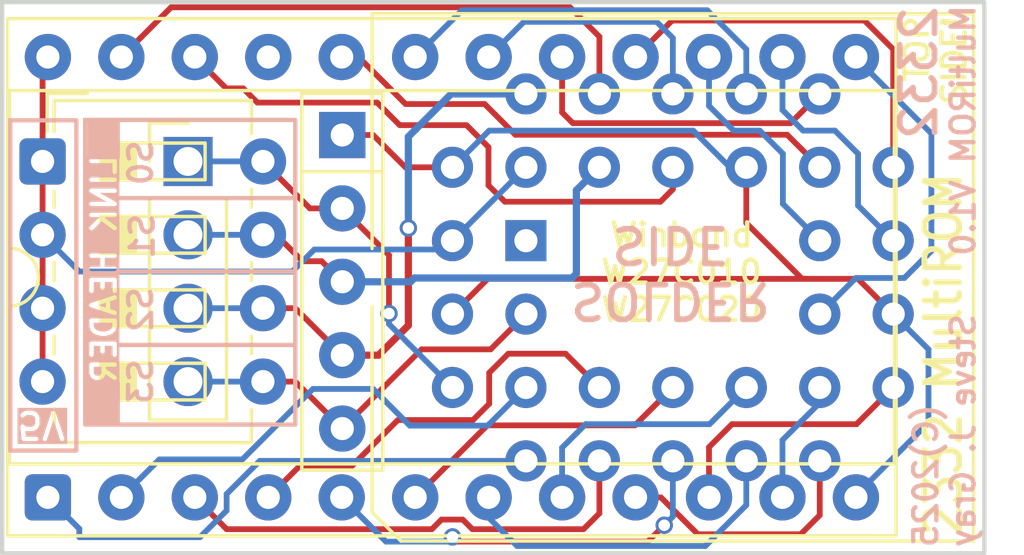
<source format=kicad_pcb>
(kicad_pcb (version 20241229) (generator "pcbnew") (generator_version "9.0")
  (layers (0 "F.Cu" signal) (2 "B.Cu" signal) (13 "F.Paste" user) (15 "B.Paste" user) (5 "F.SilkS" user "F.Silkscreen") (7 "B.SilkS" user "B.Silkscreen") (1 "F.Mask" user) (3 "B.Mask" user) (25 "Edge.Cuts" user))
  (net 0 "")
  (net 1 "~{CS}")
  (net 2 "5V")
  (net 4 "GND")
  (net 5 "A7")
  (net 6 "D3")
  (net 7 "A6")
  (net 8 "D4")
  (net 9 "A5")
  (net 10 "D5")
  (net 11 "A4")
  (net 12 "D6")
  (net 13 "A3")
  (net 14 "D7")
  (net 15 "A2")
  (net 16 "A11")
  (net 17 "A1")
  (net 18 "A10")
  (net 19 "A0")
  (net 20 "D0")
  (net 21 "D1")
  (net 22 "A9")
  (net 23 "D2")
  (net 24 "A8")
  (net 26 "S0")
  (net 27 "S3")
  (net 28 "S2")
  (net 29 "S1")
  (footprint "Button_Switch_THT:SW_DIP_SPSTx04_Slide_6.7x11.72mm_W7.62mm_P2.54mm_LowProfile" (layer "F.Cu") (at 114.4016 83.566)
    (property "Reference" "SW1" (hide yes))
    (property "Value" "SW_DIP_x04")
    (fp_line (start 0.16 -2.35) (end 0.16 -1.04) (stroke (width 0.12)) (layer "F.SilkS"))
    (fp_line (start 0.16 -2.35) (end 1.543 -2.35) (stroke (width 0.12)) (layer "F.SilkS"))
    (fp_line (start 0.4 -2.11) (end 0.4 -1.04) (stroke (width 0.12)) (layer "F.SilkS"))
    (fp_line (start 0.4 -2.11) (end 7.22 -2.11) (stroke (width 0.12)) (layer "F.SilkS"))
    (fp_line (start 0.4 1.04) (end 0.4 1.58) (stroke (width 0.12)) (layer "F.SilkS"))
    (fp_line (start 0.4 3.5) (end 0.4 4.12) (stroke (width 0.12)) (layer "F.SilkS"))
    (fp_line (start 0.4 6.04) (end 0.4 6.66) (stroke (width 0.12)) (layer "F.SilkS"))
    (fp_line (start 0.4 8.58) (end 0.4 9.73) (stroke (width 0.12)) (layer "F.SilkS"))
    (fp_line (start 0.4 9.73) (end 7.22 9.73) (stroke (width 0.12)) (layer "F.SilkS"))
    (fp_line (start 3.206667 -0.635) (end 3.206667 0.635) (stroke (width 0.12)) (layer "F.SilkS"))
    (fp_line (start 3.206667 1.905) (end 3.206667 3.175) (stroke (width 0.12)) (layer "F.SilkS"))
    (fp_line (start 3.206667 4.445) (end 3.206667 5.715) (stroke (width 0.12)) (layer "F.SilkS"))
    (fp_line (start 3.206667 6.985) (end 3.206667 8.255) (stroke (width 0.12)) (layer "F.SilkS"))
    (fp_line (start 7.22 -2.11) (end 7.22 -0.96) (stroke (width 0.12)) (layer "F.SilkS"))
    (fp_line (start 7.22 0.96) (end 7.22 1.58) (stroke (width 0.12)) (layer "F.SilkS"))
    (fp_line (start 7.22 3.5) (end 7.22 4.12) (stroke (width 0.12)) (layer "F.SilkS"))
    (fp_line (start 7.22 6.04) (end 7.22 6.66) (stroke (width 0.12)) (layer "F.SilkS"))
    (fp_line (start 7.22 8.58) (end 7.22 9.73) (stroke (width 0.12)) (layer "F.SilkS"))
    (fp_rect (start 2 -0.635) (end 3.206667 0.635) (stroke (width 0.12)) (fill yes) (layer "F.SilkS"))
    (fp_rect (start 2 -0.635) (end 5.62 0.635) (stroke (width 0.12)) (fill no) (layer "F.SilkS"))
    (fp_rect (start 2 1.905) (end 3.206667 3.175) (stroke (width 0.12)) (fill yes) (layer "F.SilkS"))
    (fp_rect (start 2 1.905) (end 5.62 3.175) (stroke (width 0.12)) (fill no) (layer "F.SilkS"))
    (fp_rect (start 2 4.445) (end 3.206667 5.715) (stroke (width 0.12)) (fill yes) (layer "F.SilkS"))
    (fp_rect (start 2 4.445) (end 5.62 5.715) (stroke (width 0.12)) (fill no) (layer "F.SilkS"))
    (fp_rect (start 2 6.985) (end 3.206667 8.255) (stroke (width 0.12)) (fill yes) (layer "F.SilkS"))
    (fp_rect (start 2 6.985) (end 5.62 8.255) (stroke (width 0.12)) (fill no) (layer "F.SilkS"))
    (pad "1" thru_hole roundrect (at 0 0) (size 1.6 1.6) (drill 0.8) (layers "*.Cu" "*.Mask") (roundrect_rratio 0.15625) (net 2 "5V"))
    (pad "2" thru_hole circle (at 0 2.54) (size 1.6 1.6) (drill 0.8) (layers "*.Cu" "*.Mask") (net 2 "5V"))
    (pad "3" thru_hole circle (at 0 5.08) (size 1.6 1.6) (drill 0.8) (layers "*.Cu" "*.Mask") (net 2 "5V"))
    (pad "4" thru_hole circle (at 0 7.62) (size 1.6 1.6) (drill 0.8) (layers "*.Cu" "*.Mask") (net 2 "5V"))
    (pad "5" thru_hole circle (at 7.62 7.62) (size 1.6 1.6) (drill 0.8) (layers "*.Cu" "*.Mask") (net 27 "S3"))
    (pad "6" thru_hole circle (at 7.62 5.08) (size 1.6 1.6) (drill 0.8) (layers "*.Cu" "*.Mask") (net 28 "S2"))
    (pad "7" thru_hole circle (at 7.62 2.54) (size 1.6 1.6) (drill 0.8) (layers "*.Cu" "*.Mask") (net 29 "S1"))
    (pad "8" thru_hole circle (at 7.62 0) (size 1.6 1.6) (drill 0.8) (layers "*.Cu" "*.Mask") (net 26 "S0"))
  )
  (footprint "Package_DIP:DIP-24_W15.24mm_Socket" (layer "F.Cu") (at 114.58575 95.19285 90)
    (property "Reference" "U2" (hide yes))
    (property "Value" "2364")
    (fp_line (start 14.08 -1.33) (end 8.62 -1.33) (stroke (width 0.12)) (layer "F.SilkS"))
    (fp_line (start 6.62 -1.33) (end 1.16 -1.33) (stroke (width 0.12)) (layer "F.SilkS"))
    (fp_line (start 1.16 -1.33) (end 1.16 29.27) (stroke (width 0.12)) (layer "F.SilkS"))
    (fp_line (start 14.08 29.27) (end 14.08 -1.33) (stroke (width 0.12)) (layer "F.SilkS"))
    (fp_line (start 1.16 29.27) (end 14.08 29.27) (stroke (width 0.12)) (layer "F.SilkS"))
    (fp_rect (start -1.33 -1.39) (end 16.57 29.33) (stroke (width 0.12)) (fill no) (layer "F.SilkS"))
    (fp_arc (start 8.62 -1.33) (mid 7.62 -0.33) (end 6.62 -1.33) (stroke (width 0.12)) (layer "F.SilkS"))
    (pad "1" thru_hole roundrect (at 0 0 90) (size 1.6 1.6) (drill 0.8) (layers "*.Cu" "*.Mask") (roundrect_rratio 0.15625) (net 5 "A7"))
    (pad "2" thru_hole circle (at 0 2.54 90) (size 1.6 1.6) (drill 0.8) (layers "*.Cu" "*.Mask") (net 7 "A6"))
    (pad "3" thru_hole circle (at 0 5.08 90) (size 1.6 1.6) (drill 0.8) (layers "*.Cu" "*.Mask") (net 9 "A5"))
    (pad "4" thru_hole circle (at 0 7.62 90) (size 1.6 1.6) (drill 0.8) (layers "*.Cu" "*.Mask") (net 11 "A4"))
    (pad "5" thru_hole circle (at 0 10.16 90) (size 1.6 1.6) (drill 0.8) (layers "*.Cu" "*.Mask") (net 13 "A3"))
    (pad "6" thru_hole circle (at 0 12.7 90) (size 1.6 1.6) (drill 0.8) (layers "*.Cu" "*.Mask") (net 15 "A2"))
    (pad "7" thru_hole circle (at 0 15.24 90) (size 1.6 1.6) (drill 0.8) (layers "*.Cu" "*.Mask") (net 17 "A1"))
    (pad "8" thru_hole circle (at 0 17.78 90) (size 1.6 1.6) (drill 0.8) (layers "*.Cu" "*.Mask") (net 19 "A0"))
    (pad "9" thru_hole circle (at 0 20.32 90) (size 1.6 1.6) (drill 0.8) (layers "*.Cu" "*.Mask") (net 20 "D0"))
    (pad "10" thru_hole circle (at 0 22.86 90) (size 1.6 1.6) (drill 0.8) (layers "*.Cu" "*.Mask") (net 21 "D1"))
    (pad "11" thru_hole circle (at 0 25.4 90) (size 1.6 1.6) (drill 0.8) (layers "*.Cu" "*.Mask") (net 23 "D2"))
    (pad "12" thru_hole circle (at 0 27.94 90) (size 1.6 1.6) (drill 0.8) (layers "*.Cu" "*.Mask") (net 4 "GND"))
    (pad "13" thru_hole circle (at 15.24 27.94 90) (size 1.6 1.6) (drill 0.8) (layers "*.Cu" "*.Mask") (net 6 "D3"))
    (pad "14" thru_hole circle (at 15.24 25.4 90) (size 1.6 1.6) (drill 0.8) (layers "*.Cu" "*.Mask") (net 8 "D4"))
    (pad "15" thru_hole circle (at 15.24 22.86 90) (size 1.6 1.6) (drill 0.8) (layers "*.Cu" "*.Mask") (net 10 "D5"))
    (pad "16" thru_hole circle (at 15.24 20.32 90) (size 1.6 1.6) (drill 0.8) (layers "*.Cu" "*.Mask") (net 12 "D6"))
    (pad "17" thru_hole circle (at 15.24 17.78 90) (size 1.6 1.6) (drill 0.8) (layers "*.Cu" "*.Mask") (net 14 "D7"))
    (pad "18" thru_hole circle (at 15.24 15.24 90) (size 1.6 1.6) (drill 0.8) (layers "*.Cu" "*.Mask") (net 16 "A11"))
    (pad "19" thru_hole circle (at 15.24 12.7 90) (size 1.6 1.6) (drill 0.8) (layers "*.Cu" "*.Mask") (net 18 "A10"))
    (pad "20" thru_hole circle (at 15.24 10.16 90) (size 1.6 1.6) (drill 0.8) (layers "*.Cu" "*.Mask") (net 1 "~{CS}"))
    (pad "21" thru_hole circle (at 15.24 7.62 90) (size 1.6 1.6) (drill 0.8) (layers "*.Cu" "*.Mask"))
    (pad "22" thru_hole circle (at 15.24 5.08 90) (size 1.6 1.6) (drill 0.8) (layers "*.Cu" "*.Mask") (net 22 "A9"))
    (pad "23" thru_hole circle (at 15.24 2.54 90) (size 1.6 1.6) (drill 0.8) (layers "*.Cu" "*.Mask") (net 24 "A8"))
    (pad "24" thru_hole circle (at 15.24 0 90) (size 1.6 1.6) (drill 0.8) (layers "*.Cu" "*.Mask") (net 2 "5V"))
  )
  (footprint "Resistor_THT:R_Array_SIP5" (layer "F.Cu") (at 124.7648 82.6516 -90)
    (property "Reference" "RN1" (hide yes))
    (property "Value" "4K7")
    (fp_line (start -1.44 1.4) (end 11.6 1.4) (stroke (width 0.12)) (layer "F.SilkS"))
    (fp_line (start 11.6 1.4) (end 11.6 -1.4) (stroke (width 0.12)) (layer "F.SilkS"))
    (fp_line (start -1.44 -1.4) (end -1.44 1.4) (stroke (width 0.12)) (layer "F.SilkS"))
    (fp_line (start 1.27 -1.4) (end 1.27 1.4) (stroke (width 0.12)) (layer "F.SilkS"))
    (fp_line (start 11.6 -1.4) (end -1.44 -1.4) (stroke (width 0.12)) (layer "F.SilkS"))
    (pad "1" thru_hole rect (at 0 0 270) (size 1.6 1.6) (drill 0.8) (layers "*.Cu" "*.Mask") (net 4 "GND"))
    (pad "2" thru_hole oval (at 2.54 0 270) (size 1.6 1.6) (drill 0.8) (layers "*.Cu" "*.Mask") (net 26 "S0"))
    (pad "3" thru_hole oval (at 5.08 0 270) (size 1.6 1.6) (drill 0.8) (layers "*.Cu" "*.Mask") (net 29 "S1"))
    (pad "4" thru_hole oval (at 7.62 0 270) (size 1.6 1.6) (drill 0.8) (layers "*.Cu" "*.Mask") (net 28 "S2"))
    (pad "5" thru_hole oval (at 10.16 0 270) (size 1.6 1.6) (drill 0.8) (layers "*.Cu" "*.Mask") (net 27 "S3"))
  )
  (footprint "Connector_PinHeader_2.54mm:PinHeader_1x04_P2.54mm_Vertical" (layer "F.Cu") (at 119.4308 83.566)
    (property "Reference" "J1" (hide yes))
    (property "Value" "Link")
    (fp_line (start -1.33 -1.33) (end 0 -1.33) (stroke (width 0.12)) (layer "F.SilkS"))
    (fp_line (start -1.33 0) (end -1.33 -1.33) (stroke (width 0.12)) (layer "F.SilkS"))
    (fp_line (start -1.33 1.27) (end -1.33 8.95) (stroke (width 0.12)) (layer "F.SilkS"))
    (fp_line (start -1.33 1.27) (end 1.33 1.27) (stroke (width 0.12)) (layer "F.SilkS"))
    (fp_line (start -1.33 8.95) (end 1.33 8.95) (stroke (width 0.12)) (layer "F.SilkS"))
    (fp_line (start 1.33 1.27) (end 1.33 8.95) (stroke (width 0.12)) (layer "F.SilkS"))
    (pad "1" thru_hole rect (at 0 0) (size 1.7 1.7) (drill 1) (layers "*.Cu" "*.Mask") (net 26 "S0"))
    (pad "2" thru_hole oval (at 0 2.54) (size 1.7 1.7) (drill 1) (layers "*.Cu" "*.Mask") (net 29 "S1"))
    (pad "3" thru_hole oval (at 0 5.08) (size 1.7 1.7) (drill 1) (layers "*.Cu" "*.Mask") (net 28 "S2"))
    (pad "4" thru_hole oval (at 0 7.62) (size 1.7 1.7) (drill 1) (layers "*.Cu" "*.Mask") (net 27 "S3"))
  )
  (footprint "Package_LCC:PLCC-32_THT-Socket" (layer "F.Cu") (at 131.114801 86.3092 90)
    (property "Reference" "U1" (hide yes))
    (property "Value" "27C020")
    (fp_line (start 7.855 -5.32) (end -0.27 -5.32) (stroke (width 0.12)) (layer "F.SilkS"))
    (fp_line (start -2.269999 -5.32) (end -9.395 -5.32) (stroke (width 0.12)) (layer "F.SilkS"))
    (fp_line (start -9.395 -5.32) (end -10.395 -4.32) (stroke (width 0.12)) (layer "F.SilkS"))
    (fp_line (start -10.395 -4.32) (end -10.395 15.48) (stroke (width 0.12)) (layer "F.SilkS"))
    (fp_line (start 7.855 15.48) (end 7.855 -5.32) (stroke (width 0.12)) (layer "F.SilkS"))
    (fp_line (start -10.395 15.48) (end 7.855 15.48) (stroke (width 0.12)) (layer "F.SilkS"))
    (pad "1" thru_hole rect (at 0 0 90) (size 1.4224 1.4224) (drill 0.8) (layers "*.Cu" "*.Mask"))
    (pad "2" thru_hole circle (at -2.54 -2.54 90) (size 1.4224 1.4224) (drill 0.8) (layers "*.Cu" "*.Mask") (net 4 "GND"))
    (pad "3" thru_hole circle (at -2.54 0 90) (size 1.4224 1.4224) (drill 0.8) (layers "*.Cu" "*.Mask") (net 27 "S3"))
    (pad "4" thru_hole circle (at -5.08 -2.54 90) (size 1.4224 1.4224) (drill 0.8) (layers "*.Cu" "*.Mask") (net 26 "S0"))
    (pad "5" thru_hole circle (at -7.62 0 90) (size 1.4224 1.4224) (drill 0.8) (layers "*.Cu" "*.Mask") (net 5 "A7"))
    (pad "6" thru_hole circle (at -5.079999 0 90) (size 1.4224 1.4224) (drill 0.8) (layers "*.Cu" "*.Mask") (net 7 "A6"))
    (pad "7" thru_hole circle (at -7.62 2.54 90) (size 1.4224 1.4224) (drill 0.8) (layers "*.Cu" "*.Mask") (net 9 "A5"))
    (pad "8" thru_hole circle (at -5.08 2.54 90) (size 1.4224 1.4224) (drill 0.8) (layers "*.Cu" "*.Mask") (net 11 "A4"))
    (pad "9" thru_hole circle (at -7.62 5.08 90) (size 1.4224 1.4224) (drill 0.8) (layers "*.Cu" "*.Mask") (net 13 "A3"))
    (pad "10" thru_hole circle (at -5.08 5.08 90) (size 1.4224 1.4224) (drill 0.8) (layers "*.Cu" "*.Mask") (net 15 "A2"))
    (pad "11" thru_hole circle (at -7.62 7.62 90) (size 1.4224 1.4224) (drill 0.8) (layers "*.Cu" "*.Mask") (net 17 "A1"))
    (pad "12" thru_hole circle (at -5.08 7.62 90) (size 1.4224 1.4224) (drill 0.8) (layers "*.Cu" "*.Mask") (net 19 "A0"))
    (pad "13" thru_hole circle (at -7.62 10.16 90) (size 1.4224 1.4224) (drill 0.8) (layers "*.Cu" "*.Mask") (net 20 "D0"))
    (pad "14" thru_hole circle (at -5.08 12.700001 90) (size 1.4224 1.4224) (drill 0.8) (layers "*.Cu" "*.Mask") (net 21 "D1"))
    (pad "15" thru_hole circle (at -5.08 10.159999 90) (size 1.4224 1.4224) (drill 0.8) (layers "*.Cu" "*.Mask") (net 23 "D2"))
    (pad "16" thru_hole circle (at -2.54 12.7 90) (size 1.4224 1.4224) (drill 0.8) (layers "*.Cu" "*.Mask") (net 4 "GND"))
    (pad "17" thru_hole circle (at -2.54 10.16 90) (size 1.4224 1.4224) (drill 0.8) (layers "*.Cu" "*.Mask") (net 6 "D3"))
    (pad "18" thru_hole circle (at 0 12.7 90) (size 1.4224 1.4224) (drill 0.8) (layers "*.Cu" "*.Mask") (net 8 "D4"))
    (pad "19" thru_hole circle (at 0 10.16 90) (size 1.4224 1.4224) (drill 0.8) (layers "*.Cu" "*.Mask") (net 10 "D5"))
    (pad "20" thru_hole circle (at 2.54 12.7 90) (size 1.4224 1.4224) (drill 0.8) (layers "*.Cu" "*.Mask") (net 12 "D6"))
    (pad "21" thru_hole circle (at 5.08 10.159999 90) (size 1.4224 1.4224) (drill 0.8) (layers "*.Cu" "*.Mask") (net 14 "D7"))
    (pad "22" thru_hole circle (at 2.54 10.16 90) (size 1.4224 1.4224) (drill 0.8) (layers "*.Cu" "*.Mask") (net 1 "~{CS}"))
    (pad "23" thru_hole circle (at 5.08 7.62 90) (size 1.4224 1.4224) (drill 0.8) (layers "*.Cu" "*.Mask") (net 18 "A10"))
    (pad "24" thru_hole circle (at 2.54 7.62 90) (size 1.4224 1.4224) (drill 0.8) (layers "*.Cu" "*.Mask") (net 4 "GND"))
    (pad "25" thru_hole circle (at 5.08 5.08 90) (size 1.4224 1.4224) (drill 0.8) (layers "*.Cu" "*.Mask") (net 16 "A11"))
    (pad "26" thru_hole circle (at 2.54 5.08 90) (size 1.4224 1.4224) (drill 0.8) (layers "*.Cu" "*.Mask") (net 22 "A9"))
    (pad "27" thru_hole circle (at 5.08 2.54 90) (size 1.4224 1.4224) (drill 0.8) (layers "*.Cu" "*.Mask") (net 24 "A8"))
    (pad "28" thru_hole circle (at 2.54 2.54 90) (size 1.4224 1.4224) (drill 0.8) (layers "*.Cu" "*.Mask") (net 29 "S1"))
    (pad "29" thru_hole circle (at 5.079999 0 90) (size 1.4224 1.4224) (drill 0.8) (layers "*.Cu" "*.Mask") (net 28 "S2"))
    (pad "30" thru_hole circle (at 2.54 -2.54 90) (size 1.4224 1.4224) (drill 0.8) (layers "*.Cu" "*.Mask") (net 4 "GND"))
    (pad "31" thru_hole circle (at 2.54 0 90) (size 1.4224 1.4224) (drill 0.8) (layers "*.Cu" "*.Mask") (net 2 "5V"))
    (pad "32" thru_hole circle (at 0 -2.54 90) (size 1.4224 1.4224) (drill 0.8) (layers "*.Cu" "*.Mask") (net 2 "5V"))
  )
  (gr_rect (start 115.9272 91.2368) (end 117 92.6) (stroke (width 0.15)) (fill yes) (layer "B.SilkS"))
  (gr_rect (start 113.284 82.1436) (end 115.57 93.5736) (stroke (width 0.15)) (fill no) (layer "B.SilkS"))
  (gr_rect (start 116.0272 82.18) (end 117 83.4136) (stroke (width 0.15)) (fill yes) (layer "B.SilkS"))
  (gr_rect (start 115.8748 82.1292) (end 123.1392 92.6736) (stroke (width 0.15)) (fill no) (layer "B.SilkS"))
  (gr_line (start 123.0884 84.836) (end 117.094 84.836) (stroke (width 0.15)) (layer "B.SilkS"))
  (gr_line (start 123.0884 89.916) (end 117.094 89.916) (stroke (width 0.15)) (layer "B.SilkS"))
  (gr_line (start 123.0884 87.376) (end 117.094 87.376) (stroke (width 0.15)) (layer "B.SilkS"))
  (gr_rect (start 113.0046 78.0542) (end 146.9644 97.1296) (stroke (width 0.15)) (fill no) (layer "Edge.Cuts"))
  (gr_text "2332 MultiROM" (at 146.25 90.24 90) (layer "F.SilkS") (effects (font (size 1.2 1.1) (thickness 0.2) (bold yes)) (justify bottom)))
  (gr_text "TOP\nSIDE!" (at 146.39 78.4542 90) (layer "F.SilkS") (effects (font (size 0.8 0.8) (thickness 0.15) (bold yes)) (justify right bottom)))
  (gr_text "Winbond\nW27C010\nW27C020" (at 136.4996 89.154 0) (layer "F.SilkS") (effects (font (size 0.8 0.8) (thickness 0.15) (bold yes)) (justify bottom)))
  (gr_text "S0" (at 118.2624 82.7532 90) (layer "B.SilkS") (effects (font (size 0.8 0.8) (thickness 0.15) (bold yes)) (justify left bottom mirror)))
  (gr_text "S3" (at 118.2624 90.3224 90) (layer "B.SilkS") (effects (font (size 0.8 0.8) (thickness 0.15) (bold yes)) (justify left bottom mirror)))
  (gr_text "2332" (at 145.4 80.5 90) (layer "B.SilkS") (effects (font (size 1.2 1.2) (thickness 0.2) (bold yes)) (justify bottom mirror)))
  (gr_text "LINK HEADER" (at 117 83.2612 90) (layer "B.SilkS" knockout) (effects (font (size 0.8 0.8) (thickness 0.15) (bold yes)) (justify left bottom mirror)))
  (gr_text "SOLDER\nSIDE" (at 136.11 85.74 180) (layer "B.SilkS") (effects (font (size 1.2 1.2) (thickness 0.2) (bold yes)) (justify bottom mirror)))
  (gr_text "S2" (at 118.2624 87.8332 90) (layer "B.SilkS") (effects (font (size 0.8 0.8) (thickness 0.15) (bold yes)) (justify left bottom mirror)))
  (gr_text "(C)2025\nSteve J. Gray" (at 146.7 97 90) (layer "B.SilkS") (effects (font (size 0.8 0.8) (thickness 0.15) (bold yes)) (justify right bottom mirror)))
  (gr_text "S1" (at 118.3132 85.2932 90) (layer "B.SilkS") (effects (font (size 0.8 0.8) (thickness 0.15) (bold yes)) (justify left bottom mirror)))
  (gr_text "5V" (at 114.3508 92.1512 180) (layer "B.SilkS" knockout) (effects (font (size 0.9 0.9) (thickness 0.15) (bold yes)) (justify bottom mirror)))
  (gr_text "MultiROM V1.0" (at 146.7 82.5 90) (layer "B.SilkS") (effects (font (size 0.8 0.8) (thickness 0.15) (bold yes)) (justify bottom mirror)))
  (segment (start 124.74575 79.95285) (end 125.325551 79.95285) (width 0.2) (layer "F.Cu") (net 1))
  (segment (start 130.75 82.6424) (end 140.148001 82.6424) (width 0.2) (layer "F.Cu") (net 1))
  (segment (start 140.148001 82.6424) (end 141.274801 83.7692) (width 0.2) (layer "F.Cu") (net 1))
  (segment (start 125.325551 79.95285) (end 126.9527 81.58) (width 0.2) (layer "F.Cu") (net 1))
  (segment (start 126.9527 81.58) (end 129.6876 81.58) (width 0.2) (layer "F.Cu") (net 1))
  (segment (start 129.6876 81.58) (end 130.75 82.6424) (width 0.2) (layer "F.Cu") (net 1))
  (segment (start 114.4016 88.646) (end 114.4016 86.106) (width 0.2) (layer "F.Cu") (net 2))
  (segment (start 114.4016 86.106) (end 114.4016 83.566) (width 0.2) (layer "F.Cu") (net 2))
  (segment (start 114.4016 91.186) (end 114.4016 88.646) (width 0.2) (layer "F.Cu") (net 2))
  (segment (start 114.4016 83.566) (end 114.4016 80.137) (width 0.2) (layer "F.Cu") (net 2))
  (segment (start 114.4016 80.137) (end 114.58575 79.95285) (width 0.2) (layer "F.Cu") (net 2))
  (segment (start 128.270001 86.614) (end 123.7996 86.614) (width 0.2) (layer "B.Cu") (net 2))
  (segment (start 114.435 88.6794) (end 114.4016 88.646) (width 0.2) (layer "B.Cu") (net 2))
  (segment (start 128.574801 86.3092) (end 131.114801 83.7692) (width 0.2) (layer "B.Cu") (net 2))
  (segment (start 123.7996 86.614) (end 123.0376 87.376) (width 0.2) (layer "B.Cu") (net 2))
  (segment (start 115.6716 87.376) (end 114.4016 86.106) (width 0.2) (layer "B.Cu") (net 2))
  (segment (start 123.0376 87.376) (end 115.6716 87.376) (width 0.2) (layer "B.Cu") (net 2))
  (segment (start 128.574801 86.3092) (end 128.270001 86.614) (width 0.2) (layer "B.Cu") (net 2))
  (segment (start 142.595601 87.63) (end 140.81 87.63) (width 0.2) (layer "F.Cu") (net 4))
  (segment (start 124.7648 82.6516) (end 125.8316 82.6516) (width 0.2) (layer "F.Cu") (net 4))
  (segment (start 140.81 87.63) (end 140.6652 87.63) (width 0.2) (layer "F.Cu") (net 4))
  (segment (start 143.814801 88.8492) (end 142.595601 87.63) (width 0.2) (layer "F.Cu") (net 4))
  (segment (start 138.734801 85.699601) (end 138.734801 83.7692) (width 0.2) (layer "F.Cu") (net 4))
  (segment (start 140.6652 87.63) (end 138.734801 85.699601) (width 0.2) (layer "F.Cu") (net 4))
  (segment (start 126.9492 83.7692) (end 128.574801 83.7692) (width 0.2) (layer "F.Cu") (net 4))
  (segment (start 140.81 87.63) (end 129.794001 87.63) (width 0.2) (layer "F.Cu") (net 4))
  (segment (start 125.8316 82.6516) (end 126.9492 83.7692) (width 0.2) (layer "F.Cu") (net 4))
  (segment (start 129.794001 87.63) (end 128.574801 88.8492) (width 0.2) (layer "F.Cu") (net 4))
  (segment (start 128.574801 89.001599) (end 128.574801 88.8492) (width 0.2) (layer "F.Cu") (net 4))
  (segment (start 138.1692 83.7692) (end 136.9 82.5) (width 0.2) (layer "B.Cu") (net 4))
  (segment (start 138.734801 83.7692) (end 138.1692 83.7692) (width 0.2) (layer "B.Cu") (net 4))
  (segment (start 143.814801 88.8492) (end 145.034 90.068399) (width 0.2) (layer "B.Cu") (net 4))
  (segment (start 145.034 90.068399) (end 145.034 92.6084) (width 0.2) (layer "B.Cu") (net 4))
  (segment (start 145.034 92.6084) (end 142.52575 95.11665) (width 0.2) (layer "B.Cu") (net 4))
  (segment (start 142.52575 95.11665) (end 142.52575 95.19285) (width 0.2) (layer "B.Cu") (net 4))
  (segment (start 129.844001 82.5) (end 128.574801 83.7692) (width 0.2) (layer "B.Cu") (net 4))
  (segment (start 136.9 82.5) (end 129.844001 82.5) (width 0.2) (layer "B.Cu") (net 4))
  (segment (start 119.84485 96.5708) (end 115.6716 96.5708) (width 0.2) (layer "B.Cu") (net 5))
  (segment (start 120.76675 95.6489) (end 119.84485 96.5708) (width 0.2) (layer "B.Cu") (net 5))
  (segment (start 120.76675 95.0748) (end 120.76675 95.6489) (width 0.2) (layer "B.Cu") (net 5))
  (segment (start 115.6716 96.5708) (end 115.6716 96.2787) (width 0.2) (layer "B.Cu") (net 5))
  (segment (start 131.114801 93.9292) (end 121.91235 93.9292) (width 0.2) (layer "B.Cu") (net 5))
  (segment (start 121.91235 93.9292) (end 120.76675 95.0748) (width 0.2) (layer "B.Cu") (net 5))
  (segment (start 115.6716 96.2787) (end 114.58575 95.19285) (width 0.2) (layer "B.Cu") (net 5))
  (segment (start 145.1356 82.6008) (end 142.52575 79.99095) (width 0.2) (layer "B.Cu") (net 6))
  (segment (start 142.52575 79.99095) (end 142.52575 79.95285) (width 0.2) (layer "B.Cu") (net 6))
  (segment (start 141.274801 88.8492) (end 142.524001 87.6) (width 0.2) (layer "B.Cu") (net 6))
  (segment (start 145.1356 86.6648) (end 145.1356 82.6008) (width 0.2) (layer "B.Cu") (net 6))
  (segment (start 144.2004 87.6) (end 145.1356 86.6648) (width 0.2) (layer "B.Cu") (net 6))
  (segment (start 142.524001 87.6) (end 144.2004 87.6) (width 0.2) (layer "B.Cu") (net 6))
  (segment (start 129.794 92.71) (end 127.1016 92.71) (width 0.2) (layer "B.Cu") (net 7))
  (segment (start 121.3104 93.8784) (end 118.4402 93.8784) (width 0.2) (layer "B.Cu") (net 7))
  (segment (start 123.7488 91.44) (end 121.3104 93.8784) (width 0.2) (layer "B.Cu") (net 7))
  (segment (start 118.4402 93.8784) (end 117.12575 95.19285) (width 0.2) (layer "B.Cu") (net 7))
  (segment (start 125.8316 91.44) (end 123.7488 91.44) (width 0.2) (layer "B.Cu") (net 7))
  (segment (start 127.1016 92.71) (end 125.8316 91.44) (width 0.2) (layer "B.Cu") (net 7))
  (segment (start 131.114801 91.389199) (end 129.794 92.71) (width 0.2) (layer "B.Cu") (net 7))
  (segment (start 140.7 82.5) (end 141.8 82.5) (width 0.2) (layer "B.Cu") (net 8))
  (segment (start 139.98575 79.95285) (end 139.98575 81.78575) (width 0.2) (layer "B.Cu") (net 8))
  (segment (start 139.98575 81.78575) (end 140.7 82.5) (width 0.2) (layer "B.Cu") (net 8))
  (segment (start 141.8 82.5) (end 142.6 83.3) (width 0.2) (layer "B.Cu") (net 8))
  (segment (start 142.6 83.3) (end 142.6 85.094399) (width 0.2) (layer "B.Cu") (net 8))
  (segment (start 142.6 85.094399) (end 143.814801 86.3092) (width 0.2) (layer "B.Cu") (net 8))
  (segment (start 133.654801 93.9292) (end 133.654801 95.745199) (width 0.2) (layer "F.Cu") (net 9))
  (segment (start 133.10615 96.29385) (end 129.26305 96.29385) (width 0.2) (layer "F.Cu") (net 9))
  (segment (start 128.19625 95.9612) (end 127.8636 96.29385) (width 0.2) (layer "F.Cu") (net 9))
  (segment (start 129.26305 96.29385) (end 128.9304 95.9612) (width 0.2) (layer "F.Cu") (net 9))
  (segment (start 133.654801 95.745199) (end 133.10615 96.29385) (width 0.2) (layer "F.Cu") (net 9))
  (segment (start 120.76675 96.29385) (end 119.66575 95.19285) (width 0.2) (layer "F.Cu") (net 9))
  (segment (start 127.8636 96.29385) (end 120.76675 96.29385) (width 0.2) (layer "F.Cu") (net 9))
  (segment (start 128.9304 95.9612) (end 128.19625 95.9612) (width 0.2) (layer "F.Cu") (net 9))
  (segment (start 138.3 82.5) (end 139.2 82.5) (width 0.2) (layer "B.Cu") (net 10))
  (segment (start 139.2 82.5) (end 140 83.3) (width 0.2) (layer "B.Cu") (net 10))
  (segment (start 140 85.034399) (end 141.274801 86.3092) (width 0.2) (layer "B.Cu") (net 10))
  (segment (start 137.44575 79.95285) (end 137.44575 81.64575) (width 0.2) (layer "B.Cu") (net 10))
  (segment (start 140 83.3) (end 140 85.034399) (width 0.2) (layer "B.Cu") (net 10))
  (segment (start 137.44575 81.64575) (end 138.3 82.5) (width 0.2) (layer "B.Cu") (net 10))
  (segment (start 130.5052 90.2208) (end 132.486401 90.2208) (width 0.2) (layer "F.Cu") (net 11))
  (segment (start 129.8448 91.9552) (end 129.8448 90.8812) (width 0.2) (layer "F.Cu") (net 11))
  (segment (start 132.486401 90.2208) (end 133.654801 91.3892) (width 0.2) (layer "F.Cu") (net 11))
  (segment (start 129.284 92.516) (end 129.8448 91.9552) (width 0.2) (layer "F.Cu") (net 11))
  (segment (start 122.20575 95.19285) (end 123.30675 94.09185) (width 0.2) (layer "F.Cu") (net 11))
  (segment (start 129.8448 90.8812) (end 130.5052 90.2208) (width 0.2) (layer "F.Cu") (net 11))
  (segment (start 123.30675 94.09185) (end 125.11015 94.09185) (width 0.2) (layer "F.Cu") (net 11))
  (segment (start 126.686 92.516) (end 129.284 92.516) (width 0.2) (layer "F.Cu") (net 11))
  (segment (start 125.11015 94.09185) (end 126.686 92.516) (width 0.2) (layer "F.Cu") (net 11))
  (segment (start 143.814801 79.684851) (end 143.814801 83.7692) (width 0.2) (layer "F.Cu") (net 12))
  (segment (start 134.90575 79.95285) (end 136.1694 78.6892) (width 0.2) (layer "F.Cu") (net 12))
  (segment (start 136.1694 78.6892) (end 142.81915 78.6892) (width 0.2) (layer "F.Cu") (net 12))
  (segment (start 142.81915 78.6892) (end 143.814801 79.684851) (width 0.2) (layer "F.Cu") (net 12))
  (segment (start 128.7368 96.7232) (end 129.3368 96.7232) (width 0.2) (layer "F.Cu") (net 13))
  (segment (start 135.3312 96.7232) (end 135.897535 96.156865) (width 0.2) (layer "F.Cu") (net 13))
  (segment (start 128.5748 96.5612) (end 128.7368 96.7232) (width 0.2) (layer "F.Cu") (net 13))
  (segment (start 129.3368 96.7232) (end 135.3312 96.7232) (width 0.2) (layer "F.Cu") (net 13))
  (via (at 135.897535 96.156865) (size 0.6) (drill 0.4) (layers "F.Cu" "B.Cu") (net 13))
  (via (at 128.5748 96.5612) (size 0.6) (drill 0.4) (layers "F.Cu" "B.Cu") (net 13))
  (segment (start 127.8636 96.7232) (end 128.6256 96.7232) (width 0.2) (layer "B.Cu") (net 13))
  (segment (start 135.76055 96.29385) (end 136.0678 95.9866) (width 0.2) (layer "B.Cu") (net 13))
  (segment (start 124.74575 95.19285) (end 126.2761 96.7232) (width 0.2) (layer "B.Cu") (net 13))
  (segment (start 136.194801 95.859599) (end 136.194801 93.9292) (width 0.2) (layer "B.Cu") (net 13))
  (segment (start 127.8636 96.7232) (end 128.4128 96.7232) (width 0.2) (layer "B.Cu") (net 13))
  (segment (start 136.0678 95.9866) (end 136.194801 95.859599) (width 0.2) (layer "B.Cu") (net 13))
  (segment (start 128.4128 96.7232) (end 128.5748 96.5612) (width 0.2) (layer "B.Cu") (net 13))
  (segment (start 126.2761 96.7232) (end 127.8636 96.7232) (width 0.2) (layer "B.Cu") (net 13))
  (segment (start 136.0678 95.9866) (end 135.897535 96.156865) (width 0.2) (layer "B.Cu") (net 13))
  (segment (start 141.2748 81.2292) (end 140.2626 82.2414) (width 0.2) (layer "F.Cu") (net 14))
  (segment (start 132.36575 81.87055) (end 132.36575 79.95285) (width 0.2) (layer "F.Cu") (net 14))
  (segment (start 140.2626 82.2414) (end 132.7366 82.2414) (width 0.2) (layer "F.Cu") (net 14))
  (segment (start 132.7366 82.2414) (end 132.36575 81.87055) (width 0.2) (layer "F.Cu") (net 14))
  (segment (start 134.884001 92.7) (end 129.7786 92.7) (width 0.2) (layer "F.Cu") (net 15))
  (segment (start 129.7786 92.7) (end 127.28575 95.19285) (width 0.2) (layer "F.Cu") (net 15))
  (segment (start 136.194801 91.3892) (end 134.884001 92.7) (width 0.2) (layer "F.Cu") (net 15))
  (segment (start 129.82575 79.95285) (end 131.044 78.7346) (width 0.2) (layer "B.Cu") (net 16))
  (segment (start 136.194801 79.294801) (end 136.194801 81.2292) (width 0.2) (layer "B.Cu") (net 16))
  (segment (start 131.044 78.7346) (end 135.6346 78.7346) (width 0.2) (layer "B.Cu") (net 16))
  (segment (start 135.6346 78.7346) (end 136.194801 79.294801) (width 0.2) (layer "B.Cu") (net 16))
  (segment (start 138.734801 93.9292) (end 138.734801 95.460849) (width 0.2) (layer "B.Cu") (net 17))
  (segment (start 130.81 96.8756) (end 129.82575 95.89135) (width 0.2) (layer "B.Cu") (net 17))
  (segment (start 138.734801 95.460849) (end 137.32005 96.8756) (width 0.2) (layer "B.Cu") (net 17))
  (segment (start 137.32005 96.8756) (end 130.81 96.8756) (width 0.2) (layer "B.Cu") (net 17))
  (segment (start 129.82575 95.89135) (end 129.82575 95.19285) (width 0.2) (layer "B.Cu") (net 17))
  (segment (start 128.905 78.3336) (end 127.28575 79.95285) (width 0.2) (layer "B.Cu") (net 18))
  (segment (start 137.38355 78.3336) (end 128.905 78.3336) (width 0.2) (layer "B.Cu") (net 18))
  (segment (start 138.734801 81.2292) (end 138.734801 79.684851) (width 0.2) (layer "B.Cu") (net 18))
  (segment (start 138.734801 79.684851) (end 137.38355 78.3336) (width 0.2) (layer "B.Cu") (net 18))
  (segment (start 133.17855 92.6592) (end 137.464801 92.6592) (width 0.2) (layer "B.Cu") (net 19))
  (segment (start 132.36575 93.472) (end 133.17855 92.6592) (width 0.2) (layer "B.Cu") (net 19))
  (segment (start 137.464801 92.6592) (end 138.734801 91.3892) (width 0.2) (layer "B.Cu") (net 19))
  (segment (start 132.36575 95.19285) (end 132.36575 93.472) (width 0.2) (layer "B.Cu") (net 19))
  (segment (start 135.78205 95.19285) (end 134.90575 95.19285) (width 0.2) (layer "F.Cu") (net 20))
  (segment (start 137.0584 96.4692) (end 135.78205 95.19285) (width 0.2) (layer "F.Cu") (net 20))
  (segment (start 140.6144 96.4692) (end 137.0584 96.4692) (width 0.2) (layer "F.Cu") (net 20))
  (segment (start 141.274801 93.9292) (end 141.274801 95.808799) (width 0.2) (layer "F.Cu") (net 20))
  (segment (start 141.274801 95.808799) (end 140.6144 96.4692) (width 0.2) (layer "F.Cu") (net 20))
  (segment (start 137.44575 93.45425) (end 138.2408 92.6592) (width 0.2) (layer "F.Cu") (net 21))
  (segment (start 138.2408 92.6592) (end 142.544802 92.6592) (width 0.2) (layer "F.Cu") (net 21))
  (segment (start 137.44575 95.19285) (end 137.44575 93.45425) (width 0.2) (layer "F.Cu") (net 21))
  (segment (start 142.544802 92.6592) (end 143.814802 91.3892) (width 0.2) (layer "F.Cu") (net 21))
  (segment (start 129.06 82.31) (end 129.82 83.07) (width 0.2) (layer "F.Cu") (net 22))
  (segment (start 135.766 84.96) (end 136.194801 84.531199) (width 0.2) (layer "F.Cu") (net 22))
  (segment (start 119.66575 79.95285) (end 120.7516 81.0387) (width 0.2) (layer "F.Cu") (net 22))
  (segment (start 129.82 83.07) (end 129.82 84.393) (width 0.2) (layer "F.Cu") (net 22))
  (segment (start 129.82 84.393) (end 130.387 84.96) (width 0.2) (layer "F.Cu") (net 22))
  (segment (start 126.75 82.31) (end 129.06 82.31) (width 0.2) (layer "F.Cu") (net 22))
  (segment (start 130.387 84.96) (end 135.766 84.96) (width 0.2) (layer "F.Cu") (net 22))
  (segment (start 136.194801 84.531199) (end 136.194801 83.7692) (width 0.2) (layer "F.Cu") (net 22))
  (segment (start 120.7516 81.0387) (end 121.3387 81.0387) (width 0.2) (layer "F.Cu") (net 22))
  (segment (start 121.3387 81.0387) (end 121.83 81.53) (width 0.2) (layer "F.Cu") (net 22))
  (segment (start 121.83 81.53) (end 125.97 81.53) (width 0.2) (layer "F.Cu") (net 22))
  (segment (start 125.97 81.53) (end 126.75 82.31) (width 0.2) (layer "F.Cu") (net 22))
  (segment (start 141.2748 91.921148) (end 141.2748 91.3892) (width 0.2) (layer "B.Cu") (net 23))
  (segment (start 139.98575 95.19285) (end 139.98575 93.210198) (width 0.2) (layer "B.Cu") (net 23))
  (segment (start 139.98575 93.210198) (end 141.2748 91.921148) (width 0.2) (layer "B.Cu") (net 23))
  (segment (start 132.6388 78.232) (end 118.8466 78.232) (width 0.2) (layer "F.Cu") (net 24))
  (segment (start 133.654801 79.248001) (end 132.6388 78.232) (width 0.2) (layer "F.Cu") (net 24))
  (segment (start 133.654801 81.2292) (end 133.654801 79.248001) (width 0.2) (layer "F.Cu") (net 24))
  (segment (start 118.8466 78.232) (end 117.12575 79.95285) (width 0.2) (layer "F.Cu") (net 24))
  (segment (start 124.7648 85.1916) (end 125.0696 84.8868) (width 0.2) (layer "F.Cu") (net 26))
  (segment (start 122.0216 83.566) (end 123.6472 85.1916) (width 0.2) (layer "F.Cu") (net 26))
  (segment (start 123.6472 85.1916) (end 124.7648 85.1916) (width 0.2) (layer "F.Cu") (net 26))
  (segment (start 126.38 88.83) (end 126.38 86.8068) (width 0.2) (layer "F.Cu") (net 26))
  (segment (start 126.38 86.8068) (end 124.7648 85.1916) (width 0.2) (layer "F.Cu") (net 26))
  (via (at 126.38 88.83) (size 0.6) (drill 0.4) (layers "F.Cu" "B.Cu") (net 26))
  (segment (start 126.38 88.83) (end 126.38 89.194399) (width 0.2) (layer "B.Cu") (net 26))
  (segment (start 122.0216 83.566) (end 119.4308 83.566) (width 0.2) (layer "B.Cu") (net 26))
  (segment (start 126.38 89.194399) (end 128.574801 91.3892) (width 0.2) (layer "B.Cu") (net 26))
  (segment (start 127.5064 90.07) (end 129.894001 90.07) (width 0.2) (layer "F.Cu") (net 27))
  (segment (start 123.1392 91.186) (end 122.0216 91.186) (width 0.2) (layer "F.Cu") (net 27))
  (segment (start 129.894001 90.07) (end 131.114801 88.8492) (width 0.2) (layer "F.Cu") (net 27))
  (segment (start 124.7648 92.8116) (end 127.5064 90.07) (width 0.2) (layer "F.Cu") (net 27))
  (segment (start 124.7648 92.8116) (end 123.1392 91.186) (width 0.2) (layer "F.Cu") (net 27))
  (segment (start 122.0216 91.186) (end 119.4308 91.186) (width 0.2) (layer "B.Cu") (net 27))
  (segment (start 124.7648 90.2716) (end 123.1392 88.646) (width 0.2) (layer "F.Cu") (net 28))
  (segment (start 126.0184 90.2716) (end 124.7648 90.2716) (width 0.25) (layer "F.Cu") (net 28))
  (segment (start 127.05 85.87) (end 127.05 89.24) (width 0.25) (layer "F.Cu") (net 28))
  (segment (start 127.05 89.24) (end 126.0184 90.2716) (width 0.25) (layer "F.Cu") (net 28))
  (segment (start 123.1392 88.646) (end 122.0216 88.646) (width 0.2) (layer "F.Cu") (net 28))
  (via (at 127.05 85.87) (size 0.6) (drill 0.4) (layers "F.Cu" "B.Cu") (net 28))
  (segment (start 122.0216 88.646) (end 119.4308 88.646) (width 0.2) (layer "B.Cu") (net 28))
  (segment (start 125.0696 89.9668) (end 124.7648 90.2716) (width 0.2) (layer "B.Cu") (net 28))
  (segment (start 128.530799 81.229201) (end 127.31 82.45) (width 0.25) (layer "B.Cu") (net 28))
  (segment (start 127.31 82.45) (end 127.05 82.71) (width 0.25) (layer "B.Cu") (net 28))
  (segment (start 127.05 82.71) (end 127.05 85.87) (width 0.25) (layer "B.Cu") (net 28))
  (segment (start 131.114801 81.229201) (end 128.530799 81.229201) (width 0.25) (layer "B.Cu") (net 28))
  (segment (start 122.4788 86.106) (end 122.0216 86.106) (width 0.2) (layer "F.Cu") (net 29))
  (segment (start 123.3932 87.0204) (end 122.4788 86.106) (width 0.2) (layer "F.Cu") (net 29))
  (segment (start 124.7648 87.7316) (end 124.0536 87.0204) (width 0.2) (layer "F.Cu") (net 29))
  (segment (start 124.0536 87.0204) (end 123.3932 87.0204) (width 0.2) (layer "F.Cu") (net 29))
  (segment (start 132.86 84.564001) (end 132.86 87.45) (width 0.25) (layer "B.Cu") (net 29))
  (segment (start 122.0216 86.106) (end 119.4308 86.106) (width 0.2) (layer "B.Cu") (net 29))
  (segment (start 127.26 87.6) (end 127.1284 87.7316) (width 0.25) (layer "B.Cu") (net 29))
  (segment (start 132.86 87.45) (end 132.71 87.6) (width 0.25) (layer "B.Cu") (net 29))
  (segment (start 127.1284 87.7316) (end 124.7648 87.7316) (width 0.25) (layer "B.Cu") (net 29))
  (segment (start 133.654801 83.7692) (end 132.86 84.564001) (width 0.25) (layer "B.Cu") (net 29))
  (segment (start 132.71 87.6) (end 127.26 87.6) (width 0.25) (layer "B.Cu") (net 29))
)
</source>
